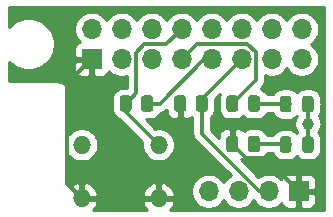
<source format=gtl>
G04 #@! TF.GenerationSoftware,KiCad,Pcbnew,(5.1.9)-1*
G04 #@! TF.CreationDate,2021-01-19T23:29:13-08:00*
G04 #@! TF.ProjectId,RPI_FS_HAT_REV1,5250495f-4653-45f4-9841-545f52455631,1*
G04 #@! TF.SameCoordinates,Original*
G04 #@! TF.FileFunction,Copper,L1,Top*
G04 #@! TF.FilePolarity,Positive*
%FSLAX46Y46*%
G04 Gerber Fmt 4.6, Leading zero omitted, Abs format (unit mm)*
G04 Created by KiCad (PCBNEW (5.1.9)-1) date 2021-01-19 23:29:13*
%MOMM*%
%LPD*%
G01*
G04 APERTURE LIST*
G04 #@! TA.AperFunction,ComponentPad*
%ADD10O,1.700000X1.700000*%
G04 #@! TD*
G04 #@! TA.AperFunction,ComponentPad*
%ADD11R,1.700000X1.700000*%
G04 #@! TD*
G04 #@! TA.AperFunction,ComponentPad*
%ADD12O,1.524000X1.524000*%
G04 #@! TD*
G04 #@! TA.AperFunction,ViaPad*
%ADD13C,1.000000*%
G04 #@! TD*
G04 #@! TA.AperFunction,Conductor*
%ADD14C,0.300000*%
G04 #@! TD*
G04 #@! TA.AperFunction,Conductor*
%ADD15C,0.254000*%
G04 #@! TD*
G04 #@! TA.AperFunction,Conductor*
%ADD16C,0.100000*%
G04 #@! TD*
G04 APERTURE END LIST*
D10*
G04 #@! TO.P,J1,16*
G04 #@! TO.N,Net-(J1-Pad16)*
X161290000Y-111760000D03*
G04 #@! TO.P,J1,15*
G04 #@! TO.N,Net-(J1-Pad15)*
X161290000Y-114300000D03*
G04 #@! TO.P,J1,14*
G04 #@! TO.N,Net-(J1-Pad14)*
X158750000Y-111760000D03*
G04 #@! TO.P,J1,13*
G04 #@! TO.N,Net-(J1-Pad13)*
X158750000Y-114300000D03*
G04 #@! TO.P,J1,12*
G04 #@! TO.N,Net-(J1-Pad12)*
X156210000Y-111760000D03*
G04 #@! TO.P,J1,11*
G04 #@! TO.N,Net-(J1-Pad11)*
X156210000Y-114300000D03*
G04 #@! TO.P,J1,10*
G04 #@! TO.N,Net-(J1-Pad10)*
X153670000Y-111760000D03*
G04 #@! TO.P,J1,9*
G04 #@! TO.N,GND*
X153670000Y-114300000D03*
G04 #@! TO.P,J1,8*
G04 #@! TO.N,/button_input*
X151130000Y-111760000D03*
G04 #@! TO.P,J1,7*
G04 #@! TO.N,Net-(J1-Pad7)*
X151130000Y-114300000D03*
G04 #@! TO.P,J1,6*
G04 #@! TO.N,GND*
X148590000Y-111760000D03*
G04 #@! TO.P,J1,5*
G04 #@! TO.N,Net-(J1-Pad5)*
X148590000Y-114300000D03*
G04 #@! TO.P,J1,4*
G04 #@! TO.N,Net-(J1-Pad4)*
X146050000Y-111760000D03*
G04 #@! TO.P,J1,3*
G04 #@! TO.N,Net-(J1-Pad3)*
X146050000Y-114300000D03*
G04 #@! TO.P,J1,2*
G04 #@! TO.N,Net-(J1-Pad2)*
X143510000Y-111760000D03*
D11*
G04 #@! TO.P,J1,1*
G04 #@! TO.N,/3.3V*
X143510000Y-114300000D03*
G04 #@! TD*
G04 #@! TO.P,D1,1*
G04 #@! TO.N,GND*
G04 #@! TA.AperFunction,SMDPad,CuDef*
G36*
G01*
X162297000Y-117653750D02*
X162297000Y-118566250D01*
G75*
G02*
X162053250Y-118810000I-243750J0D01*
G01*
X161565750Y-118810000D01*
G75*
G02*
X161322000Y-118566250I0J243750D01*
G01*
X161322000Y-117653750D01*
G75*
G02*
X161565750Y-117410000I243750J0D01*
G01*
X162053250Y-117410000D01*
G75*
G02*
X162297000Y-117653750I0J-243750D01*
G01*
G37*
G04 #@! TD.AperFunction*
G04 #@! TO.P,D1,2*
G04 #@! TO.N,Net-(D1-Pad2)*
G04 #@! TA.AperFunction,SMDPad,CuDef*
G36*
G01*
X160422000Y-117653750D02*
X160422000Y-118566250D01*
G75*
G02*
X160178250Y-118810000I-243750J0D01*
G01*
X159690750Y-118810000D01*
G75*
G02*
X159447000Y-118566250I0J243750D01*
G01*
X159447000Y-117653750D01*
G75*
G02*
X159690750Y-117410000I243750J0D01*
G01*
X160178250Y-117410000D01*
G75*
G02*
X160422000Y-117653750I0J-243750D01*
G01*
G37*
G04 #@! TD.AperFunction*
G04 #@! TD*
G04 #@! TO.P,D2,2*
G04 #@! TO.N,Net-(D2-Pad2)*
G04 #@! TA.AperFunction,SMDPad,CuDef*
G36*
G01*
X160422000Y-121082750D02*
X160422000Y-121995250D01*
G75*
G02*
X160178250Y-122239000I-243750J0D01*
G01*
X159690750Y-122239000D01*
G75*
G02*
X159447000Y-121995250I0J243750D01*
G01*
X159447000Y-121082750D01*
G75*
G02*
X159690750Y-120839000I243750J0D01*
G01*
X160178250Y-120839000D01*
G75*
G02*
X160422000Y-121082750I0J-243750D01*
G01*
G37*
G04 #@! TD.AperFunction*
G04 #@! TO.P,D2,1*
G04 #@! TO.N,GND*
G04 #@! TA.AperFunction,SMDPad,CuDef*
G36*
G01*
X162297000Y-121082750D02*
X162297000Y-121995250D01*
G75*
G02*
X162053250Y-122239000I-243750J0D01*
G01*
X161565750Y-122239000D01*
G75*
G02*
X161322000Y-121995250I0J243750D01*
G01*
X161322000Y-121082750D01*
G75*
G02*
X161565750Y-120839000I243750J0D01*
G01*
X162053250Y-120839000D01*
G75*
G02*
X162297000Y-121082750I0J-243750D01*
G01*
G37*
G04 #@! TD.AperFunction*
G04 #@! TD*
G04 #@! TO.P,R1,2*
G04 #@! TO.N,GND*
G04 #@! TA.AperFunction,SMDPad,CuDef*
G36*
G01*
X147696500Y-118515001D02*
X147696500Y-117614999D01*
G75*
G02*
X147946499Y-117365000I249999J0D01*
G01*
X148471501Y-117365000D01*
G75*
G02*
X148721500Y-117614999I0J-249999D01*
G01*
X148721500Y-118515001D01*
G75*
G02*
X148471501Y-118765000I-249999J0D01*
G01*
X147946499Y-118765000D01*
G75*
G02*
X147696500Y-118515001I0J249999D01*
G01*
G37*
G04 #@! TD.AperFunction*
G04 #@! TO.P,R1,1*
G04 #@! TO.N,/button_input*
G04 #@! TA.AperFunction,SMDPad,CuDef*
G36*
G01*
X145871500Y-118515001D02*
X145871500Y-117614999D01*
G75*
G02*
X146121499Y-117365000I249999J0D01*
G01*
X146646501Y-117365000D01*
G75*
G02*
X146896500Y-117614999I0J-249999D01*
G01*
X146896500Y-118515001D01*
G75*
G02*
X146646501Y-118765000I-249999J0D01*
G01*
X146121499Y-118765000D01*
G75*
G02*
X145871500Y-118515001I0J249999D01*
G01*
G37*
G04 #@! TD.AperFunction*
G04 #@! TD*
G04 #@! TO.P,R2,1*
G04 #@! TO.N,Net-(J1-Pad11)*
G04 #@! TA.AperFunction,SMDPad,CuDef*
G36*
G01*
X153340500Y-117614999D02*
X153340500Y-118515001D01*
G75*
G02*
X153090501Y-118765000I-249999J0D01*
G01*
X152565499Y-118765000D01*
G75*
G02*
X152315500Y-118515001I0J249999D01*
G01*
X152315500Y-117614999D01*
G75*
G02*
X152565499Y-117365000I249999J0D01*
G01*
X153090501Y-117365000D01*
G75*
G02*
X153340500Y-117614999I0J-249999D01*
G01*
G37*
G04 #@! TD.AperFunction*
G04 #@! TO.P,R2,2*
G04 #@! TO.N,/3.3V*
G04 #@! TA.AperFunction,SMDPad,CuDef*
G36*
G01*
X151515500Y-117614999D02*
X151515500Y-118515001D01*
G75*
G02*
X151265501Y-118765000I-249999J0D01*
G01*
X150740499Y-118765000D01*
G75*
G02*
X150490500Y-118515001I0J249999D01*
G01*
X150490500Y-117614999D01*
G75*
G02*
X150740499Y-117365000I249999J0D01*
G01*
X151265501Y-117365000D01*
G75*
G02*
X151515500Y-117614999I0J-249999D01*
G01*
G37*
G04 #@! TD.AperFunction*
G04 #@! TD*
G04 #@! TO.P,R3,2*
G04 #@! TO.N,Net-(D1-Pad2)*
G04 #@! TA.AperFunction,SMDPad,CuDef*
G36*
G01*
X156737000Y-118515001D02*
X156737000Y-117614999D01*
G75*
G02*
X156986999Y-117365000I249999J0D01*
G01*
X157512001Y-117365000D01*
G75*
G02*
X157762000Y-117614999I0J-249999D01*
G01*
X157762000Y-118515001D01*
G75*
G02*
X157512001Y-118765000I-249999J0D01*
G01*
X156986999Y-118765000D01*
G75*
G02*
X156737000Y-118515001I0J249999D01*
G01*
G37*
G04 #@! TD.AperFunction*
G04 #@! TO.P,R3,1*
G04 #@! TO.N,Net-(J1-Pad7)*
G04 #@! TA.AperFunction,SMDPad,CuDef*
G36*
G01*
X154912000Y-118515001D02*
X154912000Y-117614999D01*
G75*
G02*
X155161999Y-117365000I249999J0D01*
G01*
X155687001Y-117365000D01*
G75*
G02*
X155937000Y-117614999I0J-249999D01*
G01*
X155937000Y-118515001D01*
G75*
G02*
X155687001Y-118765000I-249999J0D01*
G01*
X155161999Y-118765000D01*
G75*
G02*
X154912000Y-118515001I0J249999D01*
G01*
G37*
G04 #@! TD.AperFunction*
G04 #@! TD*
G04 #@! TO.P,R4,2*
G04 #@! TO.N,Net-(D2-Pad2)*
G04 #@! TA.AperFunction,SMDPad,CuDef*
G36*
G01*
X156737000Y-121944001D02*
X156737000Y-121043999D01*
G75*
G02*
X156986999Y-120794000I249999J0D01*
G01*
X157512001Y-120794000D01*
G75*
G02*
X157762000Y-121043999I0J-249999D01*
G01*
X157762000Y-121944001D01*
G75*
G02*
X157512001Y-122194000I-249999J0D01*
G01*
X156986999Y-122194000D01*
G75*
G02*
X156737000Y-121944001I0J249999D01*
G01*
G37*
G04 #@! TD.AperFunction*
G04 #@! TO.P,R4,1*
G04 #@! TO.N,/3.3V*
G04 #@! TA.AperFunction,SMDPad,CuDef*
G36*
G01*
X154912000Y-121944001D02*
X154912000Y-121043999D01*
G75*
G02*
X155161999Y-120794000I249999J0D01*
G01*
X155687001Y-120794000D01*
G75*
G02*
X155937000Y-121043999I0J-249999D01*
G01*
X155937000Y-121944001D01*
G75*
G02*
X155687001Y-122194000I-249999J0D01*
G01*
X155161999Y-122194000D01*
G75*
G02*
X154912000Y-121944001I0J249999D01*
G01*
G37*
G04 #@! TD.AperFunction*
G04 #@! TD*
D12*
G04 #@! TO.P,SW1,1*
G04 #@! TO.N,/3.3V*
X149174200Y-126085600D03*
X142671800Y-126085600D03*
G04 #@! TO.P,SW1,2*
G04 #@! TO.N,/button_input*
X149174200Y-121564400D03*
X142671800Y-121564400D03*
G04 #@! TD*
D11*
G04 #@! TO.P,U1,1*
G04 #@! TO.N,/3.3V*
X161036000Y-125476000D03*
D10*
G04 #@! TO.P,U1,2*
G04 #@! TO.N,Net-(J1-Pad11)*
X158496000Y-125476000D03*
G04 #@! TO.P,U1,3*
G04 #@! TO.N,Net-(U1-Pad3)*
X155956000Y-125476000D03*
G04 #@! TO.P,U1,4*
G04 #@! TO.N,GND*
X153416000Y-125476000D03*
G04 #@! TD*
D13*
G04 #@! TO.N,GND*
X161798000Y-119761000D03*
G04 #@! TD*
D14*
G04 #@! TO.N,GND*
X162190500Y-119772500D02*
X162179000Y-119761000D01*
X161809500Y-121539000D02*
X161809500Y-119772500D01*
X162179000Y-118121500D02*
X162190500Y-118110000D01*
X161798000Y-119761000D02*
X161798000Y-118121500D01*
X153054002Y-114300000D02*
X153670000Y-114300000D01*
X149289002Y-118065000D02*
X153054002Y-114300000D01*
X148209000Y-118065000D02*
X149289002Y-118065000D01*
G04 #@! TO.N,Net-(D1-Pad2)*
X160270500Y-118065000D02*
X160315500Y-118110000D01*
X159889500Y-118065000D02*
X159934500Y-118110000D01*
X157249500Y-118065000D02*
X159889500Y-118065000D01*
G04 #@! TO.N,Net-(D2-Pad2)*
X160270500Y-121494000D02*
X160315500Y-121539000D01*
X159889500Y-121494000D02*
X159934500Y-121539000D01*
X157249500Y-121494000D02*
X159889500Y-121494000D01*
G04 #@! TO.N,/3.3V*
X142748000Y-115062000D02*
X143510000Y-114300000D01*
X149174200Y-126085600D02*
X142671800Y-126085600D01*
X141459799Y-124873599D02*
X141459799Y-116350201D01*
X142671800Y-126085600D02*
X141459799Y-124873599D01*
G04 #@! TO.N,/button_input*
X146765000Y-118110000D02*
X146765000Y-117901002D01*
G04 #@! TO.N,/3.3V*
X141459799Y-116350201D02*
X143510000Y-114300000D01*
X156574510Y-122644010D02*
X155424500Y-121494000D01*
X158204010Y-122644010D02*
X156574510Y-122644010D01*
X161036000Y-125476000D02*
X158204010Y-122644010D01*
G04 #@! TO.N,Net-(J1-Pad7)*
X152430001Y-112999999D02*
X151130000Y-114300000D01*
X156686001Y-112999999D02*
X152430001Y-112999999D01*
X157410001Y-113723999D02*
X156686001Y-112999999D01*
X157410001Y-116079499D02*
X157410001Y-113723999D01*
X155424500Y-118065000D02*
X157410001Y-116079499D01*
G04 #@! TO.N,/button_input*
X149829999Y-113060001D02*
X151130000Y-111760000D01*
X147965999Y-113060001D02*
X149829999Y-113060001D01*
X147250001Y-113775999D02*
X147965999Y-113060001D01*
X147250001Y-117198999D02*
X147250001Y-113775999D01*
X146384000Y-118065000D02*
X147250001Y-117198999D01*
X146384000Y-118774200D02*
X146384000Y-118065000D01*
X149174200Y-121564400D02*
X146384000Y-118774200D01*
G04 #@! TO.N,Net-(J1-Pad11)*
X158750000Y-125730000D02*
X158353454Y-125730000D01*
X152828000Y-117682000D02*
X156210000Y-114300000D01*
X152828000Y-118065000D02*
X152828000Y-117682000D01*
X152828000Y-120599966D02*
X152828000Y-118065000D01*
X157704034Y-125476000D02*
X152828000Y-120599966D01*
X158496000Y-125476000D02*
X157704034Y-125476000D01*
G04 #@! TD*
D15*
G04 #@! TO.N,/3.3V*
X163170001Y-127102000D02*
X150122926Y-127102000D01*
X150211820Y-127020997D01*
X150374369Y-126800594D01*
X150490796Y-126552714D01*
X150528420Y-126428670D01*
X150405920Y-126212600D01*
X149301200Y-126212600D01*
X149301200Y-126232600D01*
X149047200Y-126232600D01*
X149047200Y-126212600D01*
X147942480Y-126212600D01*
X147819980Y-126428670D01*
X147857604Y-126552714D01*
X147974031Y-126800594D01*
X148136580Y-127020997D01*
X148225474Y-127102000D01*
X143620526Y-127102000D01*
X143709420Y-127020997D01*
X143871969Y-126800594D01*
X143988396Y-126552714D01*
X144026020Y-126428670D01*
X143903520Y-126212600D01*
X142798800Y-126212600D01*
X142798800Y-126232600D01*
X142544800Y-126232600D01*
X142544800Y-126212600D01*
X142524800Y-126212600D01*
X142524800Y-125958600D01*
X142544800Y-125958600D01*
X142544800Y-124853130D01*
X142798800Y-124853130D01*
X142798800Y-125958600D01*
X143903520Y-125958600D01*
X144026020Y-125742530D01*
X147819980Y-125742530D01*
X147942480Y-125958600D01*
X149047200Y-125958600D01*
X149047200Y-124853130D01*
X149301200Y-124853130D01*
X149301200Y-125958600D01*
X150405920Y-125958600D01*
X150528420Y-125742530D01*
X150490796Y-125618486D01*
X150374369Y-125370606D01*
X150211820Y-125150203D01*
X150009396Y-124965747D01*
X149774875Y-124824326D01*
X149517271Y-124731375D01*
X149301200Y-124853130D01*
X149047200Y-124853130D01*
X148831129Y-124731375D01*
X148573525Y-124824326D01*
X148339004Y-124965747D01*
X148136580Y-125150203D01*
X147974031Y-125370606D01*
X147857604Y-125618486D01*
X147819980Y-125742530D01*
X144026020Y-125742530D01*
X143988396Y-125618486D01*
X143871969Y-125370606D01*
X143709420Y-125150203D01*
X143506996Y-124965747D01*
X143272475Y-124824326D01*
X143014871Y-124731375D01*
X142798800Y-124853130D01*
X142544800Y-124853130D01*
X142328729Y-124731375D01*
X142071125Y-124824326D01*
X141836604Y-124965747D01*
X141634180Y-125150203D01*
X141630000Y-125155871D01*
X141630000Y-122498255D01*
X141781265Y-122649520D01*
X142010073Y-122802405D01*
X142264310Y-122907714D01*
X142534208Y-122961400D01*
X142809392Y-122961400D01*
X143079290Y-122907714D01*
X143333527Y-122802405D01*
X143562335Y-122649520D01*
X143756920Y-122454935D01*
X143909805Y-122226127D01*
X144015114Y-121971890D01*
X144068800Y-121701992D01*
X144068800Y-121426808D01*
X144015114Y-121156910D01*
X143909805Y-120902673D01*
X143756920Y-120673865D01*
X143562335Y-120479280D01*
X143333527Y-120326395D01*
X143079290Y-120221086D01*
X142809392Y-120167400D01*
X142534208Y-120167400D01*
X142264310Y-120221086D01*
X142010073Y-120326395D01*
X141781265Y-120479280D01*
X141630000Y-120630545D01*
X141630000Y-117188581D01*
X141627259Y-117160755D01*
X141627275Y-117158518D01*
X141626375Y-117149347D01*
X141622578Y-117113220D01*
X141620450Y-117091617D01*
X141620231Y-117090896D01*
X141618602Y-117075396D01*
X141606577Y-117016819D01*
X141595366Y-116958044D01*
X141592702Y-116949222D01*
X141570714Y-116878190D01*
X141547536Y-116823052D01*
X141525123Y-116767578D01*
X141520796Y-116759441D01*
X141485429Y-116694033D01*
X141452006Y-116644482D01*
X141419230Y-116594393D01*
X141413405Y-116587252D01*
X141366008Y-116529958D01*
X141323553Y-116487798D01*
X141281706Y-116445065D01*
X141274605Y-116439191D01*
X141216981Y-116392194D01*
X141167191Y-116359114D01*
X141117801Y-116325295D01*
X141109694Y-116320912D01*
X141044040Y-116286003D01*
X140988748Y-116263214D01*
X140933752Y-116239642D01*
X140924949Y-116236917D01*
X140853764Y-116215425D01*
X140795093Y-116203808D01*
X140736572Y-116191369D01*
X140727407Y-116190406D01*
X140653404Y-116183150D01*
X140653402Y-116183150D01*
X140621419Y-116180000D01*
X136550000Y-116180000D01*
X136550000Y-114513353D01*
X136774446Y-114737799D01*
X137134551Y-114978414D01*
X137534679Y-115144152D01*
X137959452Y-115228645D01*
X138392548Y-115228645D01*
X138787921Y-115150000D01*
X142021928Y-115150000D01*
X142034188Y-115274482D01*
X142070498Y-115394180D01*
X142129463Y-115504494D01*
X142208815Y-115601185D01*
X142305506Y-115680537D01*
X142415820Y-115739502D01*
X142535518Y-115775812D01*
X142660000Y-115788072D01*
X143224250Y-115785000D01*
X143383000Y-115626250D01*
X143383000Y-114427000D01*
X142183750Y-114427000D01*
X142025000Y-114585750D01*
X142021928Y-115150000D01*
X138787921Y-115150000D01*
X138817321Y-115144152D01*
X139217449Y-114978414D01*
X139577554Y-114737799D01*
X139883799Y-114431554D01*
X140124414Y-114071449D01*
X140290152Y-113671321D01*
X140334175Y-113450000D01*
X142021928Y-113450000D01*
X142025000Y-114014250D01*
X142183750Y-114173000D01*
X143383000Y-114173000D01*
X143383000Y-114153000D01*
X143637000Y-114153000D01*
X143637000Y-114173000D01*
X143657000Y-114173000D01*
X143657000Y-114427000D01*
X143637000Y-114427000D01*
X143637000Y-115626250D01*
X143795750Y-115785000D01*
X144360000Y-115788072D01*
X144484482Y-115775812D01*
X144604180Y-115739502D01*
X144714494Y-115680537D01*
X144811185Y-115601185D01*
X144890537Y-115504494D01*
X144949502Y-115394180D01*
X144971513Y-115321620D01*
X145103368Y-115453475D01*
X145346589Y-115615990D01*
X145616842Y-115727932D01*
X145903740Y-115785000D01*
X146196260Y-115785000D01*
X146465001Y-115731544D01*
X146465001Y-116726928D01*
X146121499Y-116726928D01*
X145948245Y-116743992D01*
X145781649Y-116794528D01*
X145628113Y-116876595D01*
X145493538Y-116987038D01*
X145383095Y-117121613D01*
X145301028Y-117275149D01*
X145250492Y-117441745D01*
X145233428Y-117614999D01*
X145233428Y-118515001D01*
X145250492Y-118688255D01*
X145301028Y-118854851D01*
X145383095Y-119008387D01*
X145493538Y-119142962D01*
X145628113Y-119253405D01*
X145781649Y-119335472D01*
X145858396Y-119358753D01*
X147801962Y-121302319D01*
X147777200Y-121426808D01*
X147777200Y-121701992D01*
X147830886Y-121971890D01*
X147936195Y-122226127D01*
X148089080Y-122454935D01*
X148283665Y-122649520D01*
X148512473Y-122802405D01*
X148766710Y-122907714D01*
X149036608Y-122961400D01*
X149311792Y-122961400D01*
X149581690Y-122907714D01*
X149835927Y-122802405D01*
X150064735Y-122649520D01*
X150259320Y-122454935D01*
X150412205Y-122226127D01*
X150517514Y-121971890D01*
X150571200Y-121701992D01*
X150571200Y-121426808D01*
X150517514Y-121156910D01*
X150412205Y-120902673D01*
X150259320Y-120673865D01*
X150064735Y-120479280D01*
X149835927Y-120326395D01*
X149581690Y-120221086D01*
X149311792Y-120167400D01*
X149036608Y-120167400D01*
X148912119Y-120192162D01*
X148123029Y-119403072D01*
X148471501Y-119403072D01*
X148644755Y-119386008D01*
X148811351Y-119335472D01*
X148964887Y-119253405D01*
X149099462Y-119142962D01*
X149209905Y-119008387D01*
X149291972Y-118854851D01*
X149292393Y-118853463D01*
X149327555Y-118850000D01*
X149327563Y-118850000D01*
X149442889Y-118838641D01*
X149590862Y-118793754D01*
X149727235Y-118720862D01*
X149846766Y-118622764D01*
X149853544Y-118614505D01*
X149852428Y-118765000D01*
X149864688Y-118889482D01*
X149900998Y-119009180D01*
X149959963Y-119119494D01*
X150039315Y-119216185D01*
X150136006Y-119295537D01*
X150246320Y-119354502D01*
X150366018Y-119390812D01*
X150490500Y-119403072D01*
X150717250Y-119400000D01*
X150876000Y-119241250D01*
X150876000Y-118192000D01*
X150856000Y-118192000D01*
X150856000Y-117938000D01*
X150876000Y-117938000D01*
X150876000Y-117918000D01*
X151130000Y-117918000D01*
X151130000Y-117938000D01*
X151150000Y-117938000D01*
X151150000Y-118192000D01*
X151130000Y-118192000D01*
X151130000Y-119241250D01*
X151288750Y-119400000D01*
X151515500Y-119403072D01*
X151639982Y-119390812D01*
X151759680Y-119354502D01*
X151869994Y-119295537D01*
X151966685Y-119216185D01*
X151990863Y-119186724D01*
X152043001Y-119229513D01*
X152043000Y-120561413D01*
X152039203Y-120599966D01*
X152043000Y-120638519D01*
X152043000Y-120638526D01*
X152054359Y-120753852D01*
X152099246Y-120901825D01*
X152172138Y-121038198D01*
X152270236Y-121157730D01*
X152300190Y-121182313D01*
X155270477Y-124152601D01*
X155252589Y-124160010D01*
X155009368Y-124322525D01*
X154802525Y-124529368D01*
X154686000Y-124703760D01*
X154569475Y-124529368D01*
X154362632Y-124322525D01*
X154119411Y-124160010D01*
X153849158Y-124048068D01*
X153562260Y-123991000D01*
X153269740Y-123991000D01*
X152982842Y-124048068D01*
X152712589Y-124160010D01*
X152469368Y-124322525D01*
X152262525Y-124529368D01*
X152100010Y-124772589D01*
X151988068Y-125042842D01*
X151931000Y-125329740D01*
X151931000Y-125622260D01*
X151988068Y-125909158D01*
X152100010Y-126179411D01*
X152262525Y-126422632D01*
X152469368Y-126629475D01*
X152712589Y-126791990D01*
X152982842Y-126903932D01*
X153269740Y-126961000D01*
X153562260Y-126961000D01*
X153849158Y-126903932D01*
X154119411Y-126791990D01*
X154362632Y-126629475D01*
X154569475Y-126422632D01*
X154686000Y-126248240D01*
X154802525Y-126422632D01*
X155009368Y-126629475D01*
X155252589Y-126791990D01*
X155522842Y-126903932D01*
X155809740Y-126961000D01*
X156102260Y-126961000D01*
X156389158Y-126903932D01*
X156659411Y-126791990D01*
X156902632Y-126629475D01*
X157109475Y-126422632D01*
X157226000Y-126248240D01*
X157342525Y-126422632D01*
X157549368Y-126629475D01*
X157792589Y-126791990D01*
X158062842Y-126903932D01*
X158349740Y-126961000D01*
X158642260Y-126961000D01*
X158929158Y-126903932D01*
X159199411Y-126791990D01*
X159442632Y-126629475D01*
X159574487Y-126497620D01*
X159596498Y-126570180D01*
X159655463Y-126680494D01*
X159734815Y-126777185D01*
X159831506Y-126856537D01*
X159941820Y-126915502D01*
X160061518Y-126951812D01*
X160186000Y-126964072D01*
X160750250Y-126961000D01*
X160909000Y-126802250D01*
X160909000Y-125603000D01*
X161163000Y-125603000D01*
X161163000Y-126802250D01*
X161321750Y-126961000D01*
X161886000Y-126964072D01*
X162010482Y-126951812D01*
X162130180Y-126915502D01*
X162240494Y-126856537D01*
X162337185Y-126777185D01*
X162416537Y-126680494D01*
X162475502Y-126570180D01*
X162511812Y-126450482D01*
X162524072Y-126326000D01*
X162521000Y-125761750D01*
X162362250Y-125603000D01*
X161163000Y-125603000D01*
X160909000Y-125603000D01*
X160889000Y-125603000D01*
X160889000Y-125349000D01*
X160909000Y-125349000D01*
X160909000Y-124149750D01*
X161163000Y-124149750D01*
X161163000Y-125349000D01*
X162362250Y-125349000D01*
X162521000Y-125190250D01*
X162524072Y-124626000D01*
X162511812Y-124501518D01*
X162475502Y-124381820D01*
X162416537Y-124271506D01*
X162337185Y-124174815D01*
X162240494Y-124095463D01*
X162130180Y-124036498D01*
X162010482Y-124000188D01*
X161886000Y-123987928D01*
X161321750Y-123991000D01*
X161163000Y-124149750D01*
X160909000Y-124149750D01*
X160750250Y-123991000D01*
X160186000Y-123987928D01*
X160061518Y-124000188D01*
X159941820Y-124036498D01*
X159831506Y-124095463D01*
X159734815Y-124174815D01*
X159655463Y-124271506D01*
X159596498Y-124381820D01*
X159574487Y-124454380D01*
X159442632Y-124322525D01*
X159199411Y-124160010D01*
X158929158Y-124048068D01*
X158642260Y-123991000D01*
X158349740Y-123991000D01*
X158062842Y-124048068D01*
X157792589Y-124160010D01*
X157616117Y-124277925D01*
X156135539Y-122797347D01*
X156181180Y-122783502D01*
X156291494Y-122724537D01*
X156388185Y-122645185D01*
X156412363Y-122615724D01*
X156493613Y-122682405D01*
X156647149Y-122764472D01*
X156813745Y-122815008D01*
X156986999Y-122832072D01*
X157512001Y-122832072D01*
X157685255Y-122815008D01*
X157851851Y-122764472D01*
X158005387Y-122682405D01*
X158139962Y-122571962D01*
X158250405Y-122437387D01*
X158332472Y-122283851D01*
X158333944Y-122279000D01*
X158859760Y-122279000D01*
X158876053Y-122332709D01*
X158957542Y-122485164D01*
X159067208Y-122618792D01*
X159200836Y-122728458D01*
X159353291Y-122809947D01*
X159518715Y-122860128D01*
X159690750Y-122877072D01*
X160178250Y-122877072D01*
X160350285Y-122860128D01*
X160515709Y-122809947D01*
X160668164Y-122728458D01*
X160801792Y-122618792D01*
X160872000Y-122533244D01*
X160942208Y-122618792D01*
X161075836Y-122728458D01*
X161228291Y-122809947D01*
X161393715Y-122860128D01*
X161565750Y-122877072D01*
X162053250Y-122877072D01*
X162225285Y-122860128D01*
X162390709Y-122809947D01*
X162543164Y-122728458D01*
X162676792Y-122618792D01*
X162786458Y-122485164D01*
X162867947Y-122332709D01*
X162918128Y-122167285D01*
X162935072Y-121995250D01*
X162935072Y-121082750D01*
X162918128Y-120910715D01*
X162867947Y-120745291D01*
X162786458Y-120592836D01*
X162687669Y-120472462D01*
X162803824Y-120298624D01*
X162833983Y-120225814D01*
X162846361Y-120210731D01*
X162919253Y-120074359D01*
X162964141Y-119926386D01*
X162979297Y-119772499D01*
X162964141Y-119618613D01*
X162919253Y-119470641D01*
X162861452Y-119362501D01*
X162803824Y-119223376D01*
X162734444Y-119119542D01*
X162786458Y-119056164D01*
X162867947Y-118903709D01*
X162918128Y-118738285D01*
X162935072Y-118566250D01*
X162935072Y-118359712D01*
X162964141Y-118263887D01*
X162979297Y-118110001D01*
X162964141Y-117956114D01*
X162935072Y-117860288D01*
X162935072Y-117653750D01*
X162918128Y-117481715D01*
X162867947Y-117316291D01*
X162786458Y-117163836D01*
X162676792Y-117030208D01*
X162543164Y-116920542D01*
X162390709Y-116839053D01*
X162225285Y-116788872D01*
X162053250Y-116771928D01*
X161565750Y-116771928D01*
X161393715Y-116788872D01*
X161228291Y-116839053D01*
X161075836Y-116920542D01*
X160942208Y-117030208D01*
X160872000Y-117115756D01*
X160801792Y-117030208D01*
X160668164Y-116920542D01*
X160515709Y-116839053D01*
X160350285Y-116788872D01*
X160178250Y-116771928D01*
X159690750Y-116771928D01*
X159518715Y-116788872D01*
X159353291Y-116839053D01*
X159200836Y-116920542D01*
X159067208Y-117030208D01*
X158957542Y-117163836D01*
X158895451Y-117280000D01*
X158333944Y-117280000D01*
X158332472Y-117275149D01*
X158250405Y-117121613D01*
X158139962Y-116987038D01*
X158005387Y-116876595D01*
X157851851Y-116794528D01*
X157816004Y-116783654D01*
X157937818Y-116661840D01*
X157967765Y-116637263D01*
X157992406Y-116607239D01*
X158028735Y-116562972D01*
X158065863Y-116517732D01*
X158138755Y-116381359D01*
X158175072Y-116261638D01*
X158183642Y-116233387D01*
X158187875Y-116190406D01*
X158195001Y-116118060D01*
X158195001Y-116118053D01*
X158198798Y-116079500D01*
X158195001Y-116040947D01*
X158195001Y-115677464D01*
X158316842Y-115727932D01*
X158603740Y-115785000D01*
X158896260Y-115785000D01*
X159183158Y-115727932D01*
X159453411Y-115615990D01*
X159696632Y-115453475D01*
X159903475Y-115246632D01*
X160020000Y-115072240D01*
X160136525Y-115246632D01*
X160343368Y-115453475D01*
X160586589Y-115615990D01*
X160856842Y-115727932D01*
X161143740Y-115785000D01*
X161436260Y-115785000D01*
X161723158Y-115727932D01*
X161993411Y-115615990D01*
X162236632Y-115453475D01*
X162443475Y-115246632D01*
X162605990Y-115003411D01*
X162717932Y-114733158D01*
X162775000Y-114446260D01*
X162775000Y-114153740D01*
X162717932Y-113866842D01*
X162605990Y-113596589D01*
X162443475Y-113353368D01*
X162236632Y-113146525D01*
X162062240Y-113030000D01*
X162236632Y-112913475D01*
X162443475Y-112706632D01*
X162605990Y-112463411D01*
X162717932Y-112193158D01*
X162775000Y-111906260D01*
X162775000Y-111613740D01*
X162717932Y-111326842D01*
X162605990Y-111056589D01*
X162443475Y-110813368D01*
X162236632Y-110606525D01*
X161993411Y-110444010D01*
X161723158Y-110332068D01*
X161436260Y-110275000D01*
X161143740Y-110275000D01*
X160856842Y-110332068D01*
X160586589Y-110444010D01*
X160343368Y-110606525D01*
X160136525Y-110813368D01*
X160020000Y-110987760D01*
X159903475Y-110813368D01*
X159696632Y-110606525D01*
X159453411Y-110444010D01*
X159183158Y-110332068D01*
X158896260Y-110275000D01*
X158603740Y-110275000D01*
X158316842Y-110332068D01*
X158046589Y-110444010D01*
X157803368Y-110606525D01*
X157596525Y-110813368D01*
X157480000Y-110987760D01*
X157363475Y-110813368D01*
X157156632Y-110606525D01*
X156913411Y-110444010D01*
X156643158Y-110332068D01*
X156356260Y-110275000D01*
X156063740Y-110275000D01*
X155776842Y-110332068D01*
X155506589Y-110444010D01*
X155263368Y-110606525D01*
X155056525Y-110813368D01*
X154940000Y-110987760D01*
X154823475Y-110813368D01*
X154616632Y-110606525D01*
X154373411Y-110444010D01*
X154103158Y-110332068D01*
X153816260Y-110275000D01*
X153523740Y-110275000D01*
X153236842Y-110332068D01*
X152966589Y-110444010D01*
X152723368Y-110606525D01*
X152516525Y-110813368D01*
X152400000Y-110987760D01*
X152283475Y-110813368D01*
X152076632Y-110606525D01*
X151833411Y-110444010D01*
X151563158Y-110332068D01*
X151276260Y-110275000D01*
X150983740Y-110275000D01*
X150696842Y-110332068D01*
X150426589Y-110444010D01*
X150183368Y-110606525D01*
X149976525Y-110813368D01*
X149860000Y-110987760D01*
X149743475Y-110813368D01*
X149536632Y-110606525D01*
X149293411Y-110444010D01*
X149023158Y-110332068D01*
X148736260Y-110275000D01*
X148443740Y-110275000D01*
X148156842Y-110332068D01*
X147886589Y-110444010D01*
X147643368Y-110606525D01*
X147436525Y-110813368D01*
X147320000Y-110987760D01*
X147203475Y-110813368D01*
X146996632Y-110606525D01*
X146753411Y-110444010D01*
X146483158Y-110332068D01*
X146196260Y-110275000D01*
X145903740Y-110275000D01*
X145616842Y-110332068D01*
X145346589Y-110444010D01*
X145103368Y-110606525D01*
X144896525Y-110813368D01*
X144780000Y-110987760D01*
X144663475Y-110813368D01*
X144456632Y-110606525D01*
X144213411Y-110444010D01*
X143943158Y-110332068D01*
X143656260Y-110275000D01*
X143363740Y-110275000D01*
X143076842Y-110332068D01*
X142806589Y-110444010D01*
X142563368Y-110606525D01*
X142356525Y-110813368D01*
X142194010Y-111056589D01*
X142082068Y-111326842D01*
X142025000Y-111613740D01*
X142025000Y-111906260D01*
X142082068Y-112193158D01*
X142194010Y-112463411D01*
X142356525Y-112706632D01*
X142488380Y-112838487D01*
X142415820Y-112860498D01*
X142305506Y-112919463D01*
X142208815Y-112998815D01*
X142129463Y-113095506D01*
X142070498Y-113205820D01*
X142034188Y-113325518D01*
X142021928Y-113450000D01*
X140334175Y-113450000D01*
X140374645Y-113246548D01*
X140374645Y-112813452D01*
X140290152Y-112388679D01*
X140124414Y-111988551D01*
X139883799Y-111628446D01*
X139577554Y-111322201D01*
X139217449Y-111081586D01*
X138817321Y-110915848D01*
X138392548Y-110831355D01*
X137959452Y-110831355D01*
X137534679Y-110915848D01*
X137134551Y-111081586D01*
X136774446Y-111322201D01*
X136550000Y-111546647D01*
X136550000Y-109880000D01*
X163170000Y-109880000D01*
X163170001Y-127102000D01*
G04 #@! TA.AperFunction,Conductor*
D16*
G36*
X163170001Y-127102000D02*
G01*
X150122926Y-127102000D01*
X150211820Y-127020997D01*
X150374369Y-126800594D01*
X150490796Y-126552714D01*
X150528420Y-126428670D01*
X150405920Y-126212600D01*
X149301200Y-126212600D01*
X149301200Y-126232600D01*
X149047200Y-126232600D01*
X149047200Y-126212600D01*
X147942480Y-126212600D01*
X147819980Y-126428670D01*
X147857604Y-126552714D01*
X147974031Y-126800594D01*
X148136580Y-127020997D01*
X148225474Y-127102000D01*
X143620526Y-127102000D01*
X143709420Y-127020997D01*
X143871969Y-126800594D01*
X143988396Y-126552714D01*
X144026020Y-126428670D01*
X143903520Y-126212600D01*
X142798800Y-126212600D01*
X142798800Y-126232600D01*
X142544800Y-126232600D01*
X142544800Y-126212600D01*
X142524800Y-126212600D01*
X142524800Y-125958600D01*
X142544800Y-125958600D01*
X142544800Y-124853130D01*
X142798800Y-124853130D01*
X142798800Y-125958600D01*
X143903520Y-125958600D01*
X144026020Y-125742530D01*
X147819980Y-125742530D01*
X147942480Y-125958600D01*
X149047200Y-125958600D01*
X149047200Y-124853130D01*
X149301200Y-124853130D01*
X149301200Y-125958600D01*
X150405920Y-125958600D01*
X150528420Y-125742530D01*
X150490796Y-125618486D01*
X150374369Y-125370606D01*
X150211820Y-125150203D01*
X150009396Y-124965747D01*
X149774875Y-124824326D01*
X149517271Y-124731375D01*
X149301200Y-124853130D01*
X149047200Y-124853130D01*
X148831129Y-124731375D01*
X148573525Y-124824326D01*
X148339004Y-124965747D01*
X148136580Y-125150203D01*
X147974031Y-125370606D01*
X147857604Y-125618486D01*
X147819980Y-125742530D01*
X144026020Y-125742530D01*
X143988396Y-125618486D01*
X143871969Y-125370606D01*
X143709420Y-125150203D01*
X143506996Y-124965747D01*
X143272475Y-124824326D01*
X143014871Y-124731375D01*
X142798800Y-124853130D01*
X142544800Y-124853130D01*
X142328729Y-124731375D01*
X142071125Y-124824326D01*
X141836604Y-124965747D01*
X141634180Y-125150203D01*
X141630000Y-125155871D01*
X141630000Y-122498255D01*
X141781265Y-122649520D01*
X142010073Y-122802405D01*
X142264310Y-122907714D01*
X142534208Y-122961400D01*
X142809392Y-122961400D01*
X143079290Y-122907714D01*
X143333527Y-122802405D01*
X143562335Y-122649520D01*
X143756920Y-122454935D01*
X143909805Y-122226127D01*
X144015114Y-121971890D01*
X144068800Y-121701992D01*
X144068800Y-121426808D01*
X144015114Y-121156910D01*
X143909805Y-120902673D01*
X143756920Y-120673865D01*
X143562335Y-120479280D01*
X143333527Y-120326395D01*
X143079290Y-120221086D01*
X142809392Y-120167400D01*
X142534208Y-120167400D01*
X142264310Y-120221086D01*
X142010073Y-120326395D01*
X141781265Y-120479280D01*
X141630000Y-120630545D01*
X141630000Y-117188581D01*
X141627259Y-117160755D01*
X141627275Y-117158518D01*
X141626375Y-117149347D01*
X141622578Y-117113220D01*
X141620450Y-117091617D01*
X141620231Y-117090896D01*
X141618602Y-117075396D01*
X141606577Y-117016819D01*
X141595366Y-116958044D01*
X141592702Y-116949222D01*
X141570714Y-116878190D01*
X141547536Y-116823052D01*
X141525123Y-116767578D01*
X141520796Y-116759441D01*
X141485429Y-116694033D01*
X141452006Y-116644482D01*
X141419230Y-116594393D01*
X141413405Y-116587252D01*
X141366008Y-116529958D01*
X141323553Y-116487798D01*
X141281706Y-116445065D01*
X141274605Y-116439191D01*
X141216981Y-116392194D01*
X141167191Y-116359114D01*
X141117801Y-116325295D01*
X141109694Y-116320912D01*
X141044040Y-116286003D01*
X140988748Y-116263214D01*
X140933752Y-116239642D01*
X140924949Y-116236917D01*
X140853764Y-116215425D01*
X140795093Y-116203808D01*
X140736572Y-116191369D01*
X140727407Y-116190406D01*
X140653404Y-116183150D01*
X140653402Y-116183150D01*
X140621419Y-116180000D01*
X136550000Y-116180000D01*
X136550000Y-114513353D01*
X136774446Y-114737799D01*
X137134551Y-114978414D01*
X137534679Y-115144152D01*
X137959452Y-115228645D01*
X138392548Y-115228645D01*
X138787921Y-115150000D01*
X142021928Y-115150000D01*
X142034188Y-115274482D01*
X142070498Y-115394180D01*
X142129463Y-115504494D01*
X142208815Y-115601185D01*
X142305506Y-115680537D01*
X142415820Y-115739502D01*
X142535518Y-115775812D01*
X142660000Y-115788072D01*
X143224250Y-115785000D01*
X143383000Y-115626250D01*
X143383000Y-114427000D01*
X142183750Y-114427000D01*
X142025000Y-114585750D01*
X142021928Y-115150000D01*
X138787921Y-115150000D01*
X138817321Y-115144152D01*
X139217449Y-114978414D01*
X139577554Y-114737799D01*
X139883799Y-114431554D01*
X140124414Y-114071449D01*
X140290152Y-113671321D01*
X140334175Y-113450000D01*
X142021928Y-113450000D01*
X142025000Y-114014250D01*
X142183750Y-114173000D01*
X143383000Y-114173000D01*
X143383000Y-114153000D01*
X143637000Y-114153000D01*
X143637000Y-114173000D01*
X143657000Y-114173000D01*
X143657000Y-114427000D01*
X143637000Y-114427000D01*
X143637000Y-115626250D01*
X143795750Y-115785000D01*
X144360000Y-115788072D01*
X144484482Y-115775812D01*
X144604180Y-115739502D01*
X144714494Y-115680537D01*
X144811185Y-115601185D01*
X144890537Y-115504494D01*
X144949502Y-115394180D01*
X144971513Y-115321620D01*
X145103368Y-115453475D01*
X145346589Y-115615990D01*
X145616842Y-115727932D01*
X145903740Y-115785000D01*
X146196260Y-115785000D01*
X146465001Y-115731544D01*
X146465001Y-116726928D01*
X146121499Y-116726928D01*
X145948245Y-116743992D01*
X145781649Y-116794528D01*
X145628113Y-116876595D01*
X145493538Y-116987038D01*
X145383095Y-117121613D01*
X145301028Y-117275149D01*
X145250492Y-117441745D01*
X145233428Y-117614999D01*
X145233428Y-118515001D01*
X145250492Y-118688255D01*
X145301028Y-118854851D01*
X145383095Y-119008387D01*
X145493538Y-119142962D01*
X145628113Y-119253405D01*
X145781649Y-119335472D01*
X145858396Y-119358753D01*
X147801962Y-121302319D01*
X147777200Y-121426808D01*
X147777200Y-121701992D01*
X147830886Y-121971890D01*
X147936195Y-122226127D01*
X148089080Y-122454935D01*
X148283665Y-122649520D01*
X148512473Y-122802405D01*
X148766710Y-122907714D01*
X149036608Y-122961400D01*
X149311792Y-122961400D01*
X149581690Y-122907714D01*
X149835927Y-122802405D01*
X150064735Y-122649520D01*
X150259320Y-122454935D01*
X150412205Y-122226127D01*
X150517514Y-121971890D01*
X150571200Y-121701992D01*
X150571200Y-121426808D01*
X150517514Y-121156910D01*
X150412205Y-120902673D01*
X150259320Y-120673865D01*
X150064735Y-120479280D01*
X149835927Y-120326395D01*
X149581690Y-120221086D01*
X149311792Y-120167400D01*
X149036608Y-120167400D01*
X148912119Y-120192162D01*
X148123029Y-119403072D01*
X148471501Y-119403072D01*
X148644755Y-119386008D01*
X148811351Y-119335472D01*
X148964887Y-119253405D01*
X149099462Y-119142962D01*
X149209905Y-119008387D01*
X149291972Y-118854851D01*
X149292393Y-118853463D01*
X149327555Y-118850000D01*
X149327563Y-118850000D01*
X149442889Y-118838641D01*
X149590862Y-118793754D01*
X149727235Y-118720862D01*
X149846766Y-118622764D01*
X149853544Y-118614505D01*
X149852428Y-118765000D01*
X149864688Y-118889482D01*
X149900998Y-119009180D01*
X149959963Y-119119494D01*
X150039315Y-119216185D01*
X150136006Y-119295537D01*
X150246320Y-119354502D01*
X150366018Y-119390812D01*
X150490500Y-119403072D01*
X150717250Y-119400000D01*
X150876000Y-119241250D01*
X150876000Y-118192000D01*
X150856000Y-118192000D01*
X150856000Y-117938000D01*
X150876000Y-117938000D01*
X150876000Y-117918000D01*
X151130000Y-117918000D01*
X151130000Y-117938000D01*
X151150000Y-117938000D01*
X151150000Y-118192000D01*
X151130000Y-118192000D01*
X151130000Y-119241250D01*
X151288750Y-119400000D01*
X151515500Y-119403072D01*
X151639982Y-119390812D01*
X151759680Y-119354502D01*
X151869994Y-119295537D01*
X151966685Y-119216185D01*
X151990863Y-119186724D01*
X152043001Y-119229513D01*
X152043000Y-120561413D01*
X152039203Y-120599966D01*
X152043000Y-120638519D01*
X152043000Y-120638526D01*
X152054359Y-120753852D01*
X152099246Y-120901825D01*
X152172138Y-121038198D01*
X152270236Y-121157730D01*
X152300190Y-121182313D01*
X155270477Y-124152601D01*
X155252589Y-124160010D01*
X155009368Y-124322525D01*
X154802525Y-124529368D01*
X154686000Y-124703760D01*
X154569475Y-124529368D01*
X154362632Y-124322525D01*
X154119411Y-124160010D01*
X153849158Y-124048068D01*
X153562260Y-123991000D01*
X153269740Y-123991000D01*
X152982842Y-124048068D01*
X152712589Y-124160010D01*
X152469368Y-124322525D01*
X152262525Y-124529368D01*
X152100010Y-124772589D01*
X151988068Y-125042842D01*
X151931000Y-125329740D01*
X151931000Y-125622260D01*
X151988068Y-125909158D01*
X152100010Y-126179411D01*
X152262525Y-126422632D01*
X152469368Y-126629475D01*
X152712589Y-126791990D01*
X152982842Y-126903932D01*
X153269740Y-126961000D01*
X153562260Y-126961000D01*
X153849158Y-126903932D01*
X154119411Y-126791990D01*
X154362632Y-126629475D01*
X154569475Y-126422632D01*
X154686000Y-126248240D01*
X154802525Y-126422632D01*
X155009368Y-126629475D01*
X155252589Y-126791990D01*
X155522842Y-126903932D01*
X155809740Y-126961000D01*
X156102260Y-126961000D01*
X156389158Y-126903932D01*
X156659411Y-126791990D01*
X156902632Y-126629475D01*
X157109475Y-126422632D01*
X157226000Y-126248240D01*
X157342525Y-126422632D01*
X157549368Y-126629475D01*
X157792589Y-126791990D01*
X158062842Y-126903932D01*
X158349740Y-126961000D01*
X158642260Y-126961000D01*
X158929158Y-126903932D01*
X159199411Y-126791990D01*
X159442632Y-126629475D01*
X159574487Y-126497620D01*
X159596498Y-126570180D01*
X159655463Y-126680494D01*
X159734815Y-126777185D01*
X159831506Y-126856537D01*
X159941820Y-126915502D01*
X160061518Y-126951812D01*
X160186000Y-126964072D01*
X160750250Y-126961000D01*
X160909000Y-126802250D01*
X160909000Y-125603000D01*
X161163000Y-125603000D01*
X161163000Y-126802250D01*
X161321750Y-126961000D01*
X161886000Y-126964072D01*
X162010482Y-126951812D01*
X162130180Y-126915502D01*
X162240494Y-126856537D01*
X162337185Y-126777185D01*
X162416537Y-126680494D01*
X162475502Y-126570180D01*
X162511812Y-126450482D01*
X162524072Y-126326000D01*
X162521000Y-125761750D01*
X162362250Y-125603000D01*
X161163000Y-125603000D01*
X160909000Y-125603000D01*
X160889000Y-125603000D01*
X160889000Y-125349000D01*
X160909000Y-125349000D01*
X160909000Y-124149750D01*
X161163000Y-124149750D01*
X161163000Y-125349000D01*
X162362250Y-125349000D01*
X162521000Y-125190250D01*
X162524072Y-124626000D01*
X162511812Y-124501518D01*
X162475502Y-124381820D01*
X162416537Y-124271506D01*
X162337185Y-124174815D01*
X162240494Y-124095463D01*
X162130180Y-124036498D01*
X162010482Y-124000188D01*
X161886000Y-123987928D01*
X161321750Y-123991000D01*
X161163000Y-124149750D01*
X160909000Y-124149750D01*
X160750250Y-123991000D01*
X160186000Y-123987928D01*
X160061518Y-124000188D01*
X159941820Y-124036498D01*
X159831506Y-124095463D01*
X159734815Y-124174815D01*
X159655463Y-124271506D01*
X159596498Y-124381820D01*
X159574487Y-124454380D01*
X159442632Y-124322525D01*
X159199411Y-124160010D01*
X158929158Y-124048068D01*
X158642260Y-123991000D01*
X158349740Y-123991000D01*
X158062842Y-124048068D01*
X157792589Y-124160010D01*
X157616117Y-124277925D01*
X156135539Y-122797347D01*
X156181180Y-122783502D01*
X156291494Y-122724537D01*
X156388185Y-122645185D01*
X156412363Y-122615724D01*
X156493613Y-122682405D01*
X156647149Y-122764472D01*
X156813745Y-122815008D01*
X156986999Y-122832072D01*
X157512001Y-122832072D01*
X157685255Y-122815008D01*
X157851851Y-122764472D01*
X158005387Y-122682405D01*
X158139962Y-122571962D01*
X158250405Y-122437387D01*
X158332472Y-122283851D01*
X158333944Y-122279000D01*
X158859760Y-122279000D01*
X158876053Y-122332709D01*
X158957542Y-122485164D01*
X159067208Y-122618792D01*
X159200836Y-122728458D01*
X159353291Y-122809947D01*
X159518715Y-122860128D01*
X159690750Y-122877072D01*
X160178250Y-122877072D01*
X160350285Y-122860128D01*
X160515709Y-122809947D01*
X160668164Y-122728458D01*
X160801792Y-122618792D01*
X160872000Y-122533244D01*
X160942208Y-122618792D01*
X161075836Y-122728458D01*
X161228291Y-122809947D01*
X161393715Y-122860128D01*
X161565750Y-122877072D01*
X162053250Y-122877072D01*
X162225285Y-122860128D01*
X162390709Y-122809947D01*
X162543164Y-122728458D01*
X162676792Y-122618792D01*
X162786458Y-122485164D01*
X162867947Y-122332709D01*
X162918128Y-122167285D01*
X162935072Y-121995250D01*
X162935072Y-121082750D01*
X162918128Y-120910715D01*
X162867947Y-120745291D01*
X162786458Y-120592836D01*
X162687669Y-120472462D01*
X162803824Y-120298624D01*
X162833983Y-120225814D01*
X162846361Y-120210731D01*
X162919253Y-120074359D01*
X162964141Y-119926386D01*
X162979297Y-119772499D01*
X162964141Y-119618613D01*
X162919253Y-119470641D01*
X162861452Y-119362501D01*
X162803824Y-119223376D01*
X162734444Y-119119542D01*
X162786458Y-119056164D01*
X162867947Y-118903709D01*
X162918128Y-118738285D01*
X162935072Y-118566250D01*
X162935072Y-118359712D01*
X162964141Y-118263887D01*
X162979297Y-118110001D01*
X162964141Y-117956114D01*
X162935072Y-117860288D01*
X162935072Y-117653750D01*
X162918128Y-117481715D01*
X162867947Y-117316291D01*
X162786458Y-117163836D01*
X162676792Y-117030208D01*
X162543164Y-116920542D01*
X162390709Y-116839053D01*
X162225285Y-116788872D01*
X162053250Y-116771928D01*
X161565750Y-116771928D01*
X161393715Y-116788872D01*
X161228291Y-116839053D01*
X161075836Y-116920542D01*
X160942208Y-117030208D01*
X160872000Y-117115756D01*
X160801792Y-117030208D01*
X160668164Y-116920542D01*
X160515709Y-116839053D01*
X160350285Y-116788872D01*
X160178250Y-116771928D01*
X159690750Y-116771928D01*
X159518715Y-116788872D01*
X159353291Y-116839053D01*
X159200836Y-116920542D01*
X159067208Y-117030208D01*
X158957542Y-117163836D01*
X158895451Y-117280000D01*
X158333944Y-117280000D01*
X158332472Y-117275149D01*
X158250405Y-117121613D01*
X158139962Y-116987038D01*
X158005387Y-116876595D01*
X157851851Y-116794528D01*
X157816004Y-116783654D01*
X157937818Y-116661840D01*
X157967765Y-116637263D01*
X157992406Y-116607239D01*
X158028735Y-116562972D01*
X158065863Y-116517732D01*
X158138755Y-116381359D01*
X158175072Y-116261638D01*
X158183642Y-116233387D01*
X158187875Y-116190406D01*
X158195001Y-116118060D01*
X158195001Y-116118053D01*
X158198798Y-116079500D01*
X158195001Y-116040947D01*
X158195001Y-115677464D01*
X158316842Y-115727932D01*
X158603740Y-115785000D01*
X158896260Y-115785000D01*
X159183158Y-115727932D01*
X159453411Y-115615990D01*
X159696632Y-115453475D01*
X159903475Y-115246632D01*
X160020000Y-115072240D01*
X160136525Y-115246632D01*
X160343368Y-115453475D01*
X160586589Y-115615990D01*
X160856842Y-115727932D01*
X161143740Y-115785000D01*
X161436260Y-115785000D01*
X161723158Y-115727932D01*
X161993411Y-115615990D01*
X162236632Y-115453475D01*
X162443475Y-115246632D01*
X162605990Y-115003411D01*
X162717932Y-114733158D01*
X162775000Y-114446260D01*
X162775000Y-114153740D01*
X162717932Y-113866842D01*
X162605990Y-113596589D01*
X162443475Y-113353368D01*
X162236632Y-113146525D01*
X162062240Y-113030000D01*
X162236632Y-112913475D01*
X162443475Y-112706632D01*
X162605990Y-112463411D01*
X162717932Y-112193158D01*
X162775000Y-111906260D01*
X162775000Y-111613740D01*
X162717932Y-111326842D01*
X162605990Y-111056589D01*
X162443475Y-110813368D01*
X162236632Y-110606525D01*
X161993411Y-110444010D01*
X161723158Y-110332068D01*
X161436260Y-110275000D01*
X161143740Y-110275000D01*
X160856842Y-110332068D01*
X160586589Y-110444010D01*
X160343368Y-110606525D01*
X160136525Y-110813368D01*
X160020000Y-110987760D01*
X159903475Y-110813368D01*
X159696632Y-110606525D01*
X159453411Y-110444010D01*
X159183158Y-110332068D01*
X158896260Y-110275000D01*
X158603740Y-110275000D01*
X158316842Y-110332068D01*
X158046589Y-110444010D01*
X157803368Y-110606525D01*
X157596525Y-110813368D01*
X157480000Y-110987760D01*
X157363475Y-110813368D01*
X157156632Y-110606525D01*
X156913411Y-110444010D01*
X156643158Y-110332068D01*
X156356260Y-110275000D01*
X156063740Y-110275000D01*
X155776842Y-110332068D01*
X155506589Y-110444010D01*
X155263368Y-110606525D01*
X155056525Y-110813368D01*
X154940000Y-110987760D01*
X154823475Y-110813368D01*
X154616632Y-110606525D01*
X154373411Y-110444010D01*
X154103158Y-110332068D01*
X153816260Y-110275000D01*
X153523740Y-110275000D01*
X153236842Y-110332068D01*
X152966589Y-110444010D01*
X152723368Y-110606525D01*
X152516525Y-110813368D01*
X152400000Y-110987760D01*
X152283475Y-110813368D01*
X152076632Y-110606525D01*
X151833411Y-110444010D01*
X151563158Y-110332068D01*
X151276260Y-110275000D01*
X150983740Y-110275000D01*
X150696842Y-110332068D01*
X150426589Y-110444010D01*
X150183368Y-110606525D01*
X149976525Y-110813368D01*
X149860000Y-110987760D01*
X149743475Y-110813368D01*
X149536632Y-110606525D01*
X149293411Y-110444010D01*
X149023158Y-110332068D01*
X148736260Y-110275000D01*
X148443740Y-110275000D01*
X148156842Y-110332068D01*
X147886589Y-110444010D01*
X147643368Y-110606525D01*
X147436525Y-110813368D01*
X147320000Y-110987760D01*
X147203475Y-110813368D01*
X146996632Y-110606525D01*
X146753411Y-110444010D01*
X146483158Y-110332068D01*
X146196260Y-110275000D01*
X145903740Y-110275000D01*
X145616842Y-110332068D01*
X145346589Y-110444010D01*
X145103368Y-110606525D01*
X144896525Y-110813368D01*
X144780000Y-110987760D01*
X144663475Y-110813368D01*
X144456632Y-110606525D01*
X144213411Y-110444010D01*
X143943158Y-110332068D01*
X143656260Y-110275000D01*
X143363740Y-110275000D01*
X143076842Y-110332068D01*
X142806589Y-110444010D01*
X142563368Y-110606525D01*
X142356525Y-110813368D01*
X142194010Y-111056589D01*
X142082068Y-111326842D01*
X142025000Y-111613740D01*
X142025000Y-111906260D01*
X142082068Y-112193158D01*
X142194010Y-112463411D01*
X142356525Y-112706632D01*
X142488380Y-112838487D01*
X142415820Y-112860498D01*
X142305506Y-112919463D01*
X142208815Y-112998815D01*
X142129463Y-113095506D01*
X142070498Y-113205820D01*
X142034188Y-113325518D01*
X142021928Y-113450000D01*
X140334175Y-113450000D01*
X140374645Y-113246548D01*
X140374645Y-112813452D01*
X140290152Y-112388679D01*
X140124414Y-111988551D01*
X139883799Y-111628446D01*
X139577554Y-111322201D01*
X139217449Y-111081586D01*
X138817321Y-110915848D01*
X138392548Y-110831355D01*
X137959452Y-110831355D01*
X137534679Y-110915848D01*
X137134551Y-111081586D01*
X136774446Y-111322201D01*
X136550000Y-111546647D01*
X136550000Y-109880000D01*
X163170000Y-109880000D01*
X163170001Y-127102000D01*
G37*
G04 #@! TD.AperFunction*
D15*
X154290992Y-117441745D02*
X154273928Y-117614999D01*
X154273928Y-118515001D01*
X154290992Y-118688255D01*
X154341528Y-118854851D01*
X154423595Y-119008387D01*
X154534038Y-119142962D01*
X154668613Y-119253405D01*
X154822149Y-119335472D01*
X154988745Y-119386008D01*
X155161999Y-119403072D01*
X155687001Y-119403072D01*
X155860255Y-119386008D01*
X156026851Y-119335472D01*
X156180387Y-119253405D01*
X156314962Y-119142962D01*
X156337000Y-119116109D01*
X156359038Y-119142962D01*
X156493613Y-119253405D01*
X156647149Y-119335472D01*
X156813745Y-119386008D01*
X156986999Y-119403072D01*
X157512001Y-119403072D01*
X157685255Y-119386008D01*
X157851851Y-119335472D01*
X158005387Y-119253405D01*
X158139962Y-119142962D01*
X158250405Y-119008387D01*
X158332472Y-118854851D01*
X158333944Y-118850000D01*
X158859760Y-118850000D01*
X158876053Y-118903709D01*
X158957542Y-119056164D01*
X159067208Y-119189792D01*
X159200836Y-119299458D01*
X159353291Y-119380947D01*
X159518715Y-119431128D01*
X159690750Y-119448072D01*
X160178250Y-119448072D01*
X160350285Y-119431128D01*
X160515709Y-119380947D01*
X160668164Y-119299458D01*
X160801792Y-119189792D01*
X160870805Y-119105700D01*
X160792176Y-119223376D01*
X160706617Y-119429933D01*
X160663000Y-119649212D01*
X160663000Y-119872788D01*
X160706617Y-120092067D01*
X160792176Y-120298624D01*
X160916388Y-120484520D01*
X160919160Y-120487292D01*
X160872000Y-120544756D01*
X160801792Y-120459208D01*
X160668164Y-120349542D01*
X160515709Y-120268053D01*
X160350285Y-120217872D01*
X160178250Y-120200928D01*
X159690750Y-120200928D01*
X159518715Y-120217872D01*
X159353291Y-120268053D01*
X159200836Y-120349542D01*
X159067208Y-120459208D01*
X158957542Y-120592836D01*
X158895451Y-120709000D01*
X158333944Y-120709000D01*
X158332472Y-120704149D01*
X158250405Y-120550613D01*
X158139962Y-120416038D01*
X158005387Y-120305595D01*
X157851851Y-120223528D01*
X157685255Y-120172992D01*
X157512001Y-120155928D01*
X156986999Y-120155928D01*
X156813745Y-120172992D01*
X156647149Y-120223528D01*
X156493613Y-120305595D01*
X156412363Y-120372276D01*
X156388185Y-120342815D01*
X156291494Y-120263463D01*
X156181180Y-120204498D01*
X156061482Y-120168188D01*
X155937000Y-120155928D01*
X155710250Y-120159000D01*
X155551500Y-120317750D01*
X155551500Y-121367000D01*
X155571500Y-121367000D01*
X155571500Y-121621000D01*
X155551500Y-121621000D01*
X155551500Y-121641000D01*
X155297500Y-121641000D01*
X155297500Y-121621000D01*
X155277500Y-121621000D01*
X155277500Y-121367000D01*
X155297500Y-121367000D01*
X155297500Y-120317750D01*
X155138750Y-120159000D01*
X154912000Y-120155928D01*
X154787518Y-120168188D01*
X154667820Y-120204498D01*
X154557506Y-120263463D01*
X154460815Y-120342815D01*
X154381463Y-120439506D01*
X154322498Y-120549820D01*
X154286188Y-120669518D01*
X154273928Y-120794000D01*
X154274987Y-120936796D01*
X153613000Y-120274809D01*
X153613000Y-119229513D01*
X153718462Y-119142962D01*
X153828905Y-119008387D01*
X153910972Y-118854851D01*
X153961508Y-118688255D01*
X153978572Y-118515001D01*
X153978572Y-117641585D01*
X154340013Y-117280145D01*
X154290992Y-117441745D01*
G04 #@! TA.AperFunction,Conductor*
D16*
G36*
X154290992Y-117441745D02*
G01*
X154273928Y-117614999D01*
X154273928Y-118515001D01*
X154290992Y-118688255D01*
X154341528Y-118854851D01*
X154423595Y-119008387D01*
X154534038Y-119142962D01*
X154668613Y-119253405D01*
X154822149Y-119335472D01*
X154988745Y-119386008D01*
X155161999Y-119403072D01*
X155687001Y-119403072D01*
X155860255Y-119386008D01*
X156026851Y-119335472D01*
X156180387Y-119253405D01*
X156314962Y-119142962D01*
X156337000Y-119116109D01*
X156359038Y-119142962D01*
X156493613Y-119253405D01*
X156647149Y-119335472D01*
X156813745Y-119386008D01*
X156986999Y-119403072D01*
X157512001Y-119403072D01*
X157685255Y-119386008D01*
X157851851Y-119335472D01*
X158005387Y-119253405D01*
X158139962Y-119142962D01*
X158250405Y-119008387D01*
X158332472Y-118854851D01*
X158333944Y-118850000D01*
X158859760Y-118850000D01*
X158876053Y-118903709D01*
X158957542Y-119056164D01*
X159067208Y-119189792D01*
X159200836Y-119299458D01*
X159353291Y-119380947D01*
X159518715Y-119431128D01*
X159690750Y-119448072D01*
X160178250Y-119448072D01*
X160350285Y-119431128D01*
X160515709Y-119380947D01*
X160668164Y-119299458D01*
X160801792Y-119189792D01*
X160870805Y-119105700D01*
X160792176Y-119223376D01*
X160706617Y-119429933D01*
X160663000Y-119649212D01*
X160663000Y-119872788D01*
X160706617Y-120092067D01*
X160792176Y-120298624D01*
X160916388Y-120484520D01*
X160919160Y-120487292D01*
X160872000Y-120544756D01*
X160801792Y-120459208D01*
X160668164Y-120349542D01*
X160515709Y-120268053D01*
X160350285Y-120217872D01*
X160178250Y-120200928D01*
X159690750Y-120200928D01*
X159518715Y-120217872D01*
X159353291Y-120268053D01*
X159200836Y-120349542D01*
X159067208Y-120459208D01*
X158957542Y-120592836D01*
X158895451Y-120709000D01*
X158333944Y-120709000D01*
X158332472Y-120704149D01*
X158250405Y-120550613D01*
X158139962Y-120416038D01*
X158005387Y-120305595D01*
X157851851Y-120223528D01*
X157685255Y-120172992D01*
X157512001Y-120155928D01*
X156986999Y-120155928D01*
X156813745Y-120172992D01*
X156647149Y-120223528D01*
X156493613Y-120305595D01*
X156412363Y-120372276D01*
X156388185Y-120342815D01*
X156291494Y-120263463D01*
X156181180Y-120204498D01*
X156061482Y-120168188D01*
X155937000Y-120155928D01*
X155710250Y-120159000D01*
X155551500Y-120317750D01*
X155551500Y-121367000D01*
X155571500Y-121367000D01*
X155571500Y-121621000D01*
X155551500Y-121621000D01*
X155551500Y-121641000D01*
X155297500Y-121641000D01*
X155297500Y-121621000D01*
X155277500Y-121621000D01*
X155277500Y-121367000D01*
X155297500Y-121367000D01*
X155297500Y-120317750D01*
X155138750Y-120159000D01*
X154912000Y-120155928D01*
X154787518Y-120168188D01*
X154667820Y-120204498D01*
X154557506Y-120263463D01*
X154460815Y-120342815D01*
X154381463Y-120439506D01*
X154322498Y-120549820D01*
X154286188Y-120669518D01*
X154273928Y-120794000D01*
X154274987Y-120936796D01*
X153613000Y-120274809D01*
X153613000Y-119229513D01*
X153718462Y-119142962D01*
X153828905Y-119008387D01*
X153910972Y-118854851D01*
X153961508Y-118688255D01*
X153978572Y-118515001D01*
X153978572Y-117641585D01*
X154340013Y-117280145D01*
X154290992Y-117441745D01*
G37*
G04 #@! TD.AperFunction*
G04 #@! TD*
M02*

</source>
